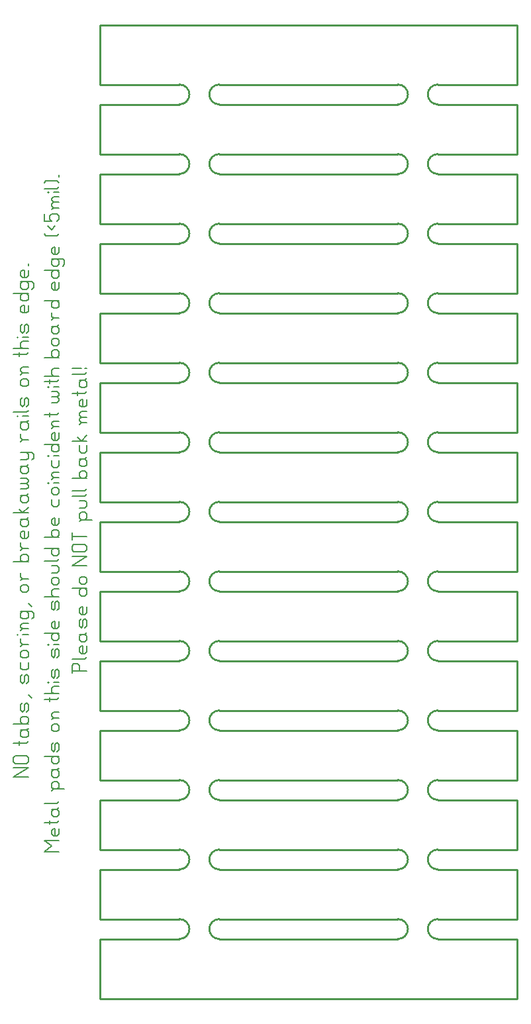
<source format=gbr>
G04 start of page 4 for group 2 idx 2 *
G04 Title: (unknown), outline *
G04 Creator: pcb 4.0.2 *
G04 CreationDate: Sun Oct 16 03:37:32 2022 UTC *
G04 For: ndholmes *
G04 Format: Gerber/RS-274X *
G04 PCB-Dimensions (mil): 3000.00 5500.00 *
G04 PCB-Coordinate-Origin: lower left *
%MOIN*%
%FSLAX25Y25*%
%LNOUTLINE*%
%ADD37C,0.0093*%
%ADD36C,0.0074*%
%ADD35C,0.0100*%
G54D35*X270000Y210000D02*X230000D01*
X120000D02*X210000D01*
Y235000D02*X120000D01*
Y245000D02*X210000D01*
X230000Y235000D02*X270000D01*
Y245000D02*X230000D01*
X270000Y235000D02*Y210000D01*
Y270000D02*Y245000D01*
X230000Y270000D02*X270000D01*
Y280000D02*X230000D01*
X210000Y270000D02*X120000D01*
Y280000D02*X210000D01*
Y305000D02*X120000D01*
Y315000D02*X210000D01*
X230000Y305000D02*X270000D01*
Y315000D02*X230000D01*
X270000Y305000D02*Y280000D01*
Y340000D02*Y315000D01*
X230000Y340000D02*X270000D01*
X210000D02*X120000D01*
X60000Y245000D02*X100000D01*
Y270000D02*X60000D01*
Y280000D02*X100000D01*
X60000Y245000D02*Y270000D01*
Y280000D02*Y305000D01*
X100000D02*X60000D01*
Y315000D02*X100000D01*
Y340000D02*X60000D01*
Y315000D02*Y340000D01*
X270000Y350000D02*X230000D01*
X120000D02*X210000D01*
Y375000D02*X120000D01*
Y385000D02*X210000D01*
X230000Y375000D02*X270000D01*
Y385000D02*X230000D01*
X270000Y375000D02*Y350000D01*
Y410000D02*Y385000D01*
X230000Y410000D02*X270000D01*
X210000D02*X120000D01*
X270000Y420000D02*X230000D01*
Y480000D02*X270000D01*
Y490000D02*X230000D01*
Y445000D02*X270000D01*
Y455000D02*X230000D01*
X270000Y445000D02*Y420000D01*
Y480000D02*Y455000D01*
X120000Y420000D02*X210000D01*
Y445000D02*X120000D01*
Y455000D02*X210000D01*
Y480000D02*X120000D01*
Y490000D02*X210000D01*
X270000Y520000D02*Y490000D01*
X60000Y520000D02*X270000D01*
X60000Y350000D02*X100000D01*
Y375000D02*X60000D01*
Y385000D02*X100000D01*
X60000Y350000D02*Y375000D01*
Y385000D02*Y410000D01*
X100000D02*X60000D01*
Y420000D02*X100000D01*
Y445000D02*X60000D01*
Y420000D02*Y445000D01*
Y455000D02*X100000D01*
X60000D02*Y480000D01*
X100000D02*X60000D01*
X100000Y490000D02*X60000D01*
Y520000D01*
X210000Y95000D02*X120000D01*
Y105000D02*X210000D01*
X100000Y95000D02*X60000D01*
Y105000D02*X100000D01*
X60000Y70000D02*Y95000D01*
Y105000D02*Y130000D01*
Y175000D02*Y200000D01*
Y60000D02*Y30000D01*
X210000Y130000D02*X120000D01*
X100000D02*X60000D01*
X210000Y70000D02*X120000D01*
Y60000D02*X210000D01*
X100000D02*X60000D01*
Y30000D02*X270000D01*
X100000Y70000D02*X60000D01*
X230000Y95000D02*X270000D01*
Y105000D02*X230000D01*
X270000Y95000D02*Y70000D01*
Y130000D02*Y105000D01*
X230000Y70000D02*X270000D01*
X230000Y130000D02*X270000D01*
Y30000D02*Y60000D01*
X230000D01*
X270000Y140000D02*X230000D01*
X120000D02*X210000D01*
Y165000D02*X120000D01*
Y175000D02*X210000D01*
X230000Y165000D02*X270000D01*
Y175000D02*X230000D01*
X270000Y165000D02*Y140000D01*
Y200000D02*Y175000D01*
X230000Y200000D02*X270000D01*
X210000D02*X120000D01*
X60000Y140000D02*X100000D01*
Y165000D02*X60000D01*
Y175000D02*X100000D01*
X60000Y140000D02*Y165000D01*
X100000Y200000D02*X60000D01*
Y210000D02*X100000D01*
Y235000D02*X60000D01*
Y210000D02*Y235000D01*
X215000Y275000D02*G75*G02X210000Y270000I-5000J0D01*G01*
X215000Y275000D02*G75*G03X210000Y280000I-5000J0D01*G01*
X225000Y310000D02*G75*G03X230000Y305000I5000J0D01*G01*
X225000Y310000D02*G75*G02X230000Y315000I5000J0D01*G01*
X215000Y310000D02*G75*G02X210000Y305000I-5000J0D01*G01*
X215000Y310000D02*G75*G03X210000Y315000I-5000J0D01*G01*
X225000Y275000D02*G75*G03X230000Y270000I5000J0D01*G01*
X225000Y275000D02*G75*G02X230000Y280000I5000J0D01*G01*
X225000Y345000D02*G75*G03X230000Y340000I5000J0D01*G01*
X115000Y240000D02*G75*G03X120000Y235000I5000J0D01*G01*
X115000Y240000D02*G75*G02X120000Y245000I5000J0D01*G01*
X115000Y275000D02*G75*G03X120000Y270000I5000J0D01*G01*
X115000Y275000D02*G75*G02X120000Y280000I5000J0D01*G01*
X105000Y275000D02*G75*G02X100000Y270000I-5000J0D01*G01*
X105000Y275000D02*G75*G03X100000Y280000I-5000J0D01*G01*
X105000Y310000D02*G75*G02X100000Y305000I-5000J0D01*G01*
X105000Y310000D02*G75*G03X100000Y315000I-5000J0D01*G01*
X115000Y310000D02*G75*G03X120000Y305000I5000J0D01*G01*
X115000Y310000D02*G75*G02X120000Y315000I5000J0D01*G01*
X115000Y345000D02*G75*G03X120000Y340000I5000J0D01*G01*
X225000Y345000D02*G75*G02X230000Y350000I5000J0D01*G01*
X225000Y380000D02*G75*G03X230000Y375000I5000J0D01*G01*
X225000Y380000D02*G75*G02X230000Y385000I5000J0D01*G01*
X215000Y345000D02*G75*G02X210000Y340000I-5000J0D01*G01*
X215000Y345000D02*G75*G03X210000Y350000I-5000J0D01*G01*
X215000Y380000D02*G75*G02X210000Y375000I-5000J0D01*G01*
X215000Y380000D02*G75*G03X210000Y385000I-5000J0D01*G01*
X215000Y415000D02*G75*G02X210000Y410000I-5000J0D01*G01*
X215000Y415000D02*G75*G03X210000Y420000I-5000J0D01*G01*
X225000Y415000D02*G75*G03X230000Y410000I5000J0D01*G01*
X225000Y415000D02*G75*G02X230000Y420000I5000J0D01*G01*
X225000Y450000D02*G75*G03X230000Y445000I5000J0D01*G01*
X225000Y450000D02*G75*G02X230000Y455000I5000J0D01*G01*
X215000Y450000D02*G75*G02X210000Y445000I-5000J0D01*G01*
X215000Y450000D02*G75*G03X210000Y455000I-5000J0D01*G01*
X225000Y485000D02*G75*G03X230000Y480000I5000J0D01*G01*
X225000Y485000D02*G75*G02X230000Y490000I5000J0D01*G01*
X215000Y485000D02*G75*G02X210000Y480000I-5000J0D01*G01*
X215000Y485000D02*G75*G03X210000Y490000I-5000J0D01*G01*
X115000Y345000D02*G75*G02X120000Y350000I5000J0D01*G01*
X115000Y380000D02*G75*G03X120000Y375000I5000J0D01*G01*
X115000Y380000D02*G75*G02X120000Y385000I5000J0D01*G01*
X105000Y345000D02*G75*G02X100000Y340000I-5000J0D01*G01*
X105000Y345000D02*G75*G03X100000Y350000I-5000J0D01*G01*
X105000Y380000D02*G75*G02X100000Y375000I-5000J0D01*G01*
X105000Y380000D02*G75*G03X100000Y385000I-5000J0D01*G01*
X105000Y415000D02*G75*G02X100000Y410000I-5000J0D01*G01*
X105000Y415000D02*G75*G03X100000Y420000I-5000J0D01*G01*
X115000Y415000D02*G75*G03X120000Y410000I5000J0D01*G01*
X115000Y415000D02*G75*G02X120000Y420000I5000J0D01*G01*
X115000Y450000D02*G75*G03X120000Y445000I5000J0D01*G01*
X115000Y450000D02*G75*G02X120000Y455000I5000J0D01*G01*
X105000Y450000D02*G75*G02X100000Y445000I-5000J0D01*G01*
X105000Y450000D02*G75*G03X100000Y455000I-5000J0D01*G01*
X115000Y485000D02*G75*G03X120000Y480000I5000J0D01*G01*
X115000Y485000D02*G75*G02X120000Y490000I5000J0D01*G01*
X105000Y485000D02*G75*G02X100000Y480000I-5000J0D01*G01*
X105000Y485000D02*G75*G03X100000Y490000I-5000J0D01*G01*
X225000Y100000D02*G75*G03X230000Y95000I5000J0D01*G01*
X225000Y100000D02*G75*G02X230000Y105000I5000J0D01*G01*
X215000Y100000D02*G75*G02X210000Y95000I-5000J0D01*G01*
X215000Y100000D02*G75*G03X210000Y105000I-5000J0D01*G01*
X225000Y135000D02*G75*G03X230000Y130000I5000J0D01*G01*
X225000Y135000D02*G75*G02X230000Y140000I5000J0D01*G01*
X215000Y135000D02*G75*G02X210000Y130000I-5000J0D01*G01*
X225000Y65000D02*G75*G02X230000Y70000I5000J0D01*G01*
X215000Y65000D02*G75*G03X210000Y70000I-5000J0D01*G01*
X215000Y65000D02*G75*G02X210000Y60000I-5000J0D01*G01*
X225000Y65000D02*G75*G03X230000Y60000I5000J0D01*G01*
X115000Y100000D02*G75*G03X120000Y95000I5000J0D01*G01*
X115000Y100000D02*G75*G02X120000Y105000I5000J0D01*G01*
X105000Y100000D02*G75*G02X100000Y95000I-5000J0D01*G01*
X105000Y100000D02*G75*G03X100000Y105000I-5000J0D01*G01*
X115000Y135000D02*G75*G03X120000Y130000I5000J0D01*G01*
X115000Y135000D02*G75*G02X120000Y140000I5000J0D01*G01*
X105000Y135000D02*G75*G02X100000Y130000I-5000J0D01*G01*
X105000Y135000D02*G75*G03X100000Y140000I-5000J0D01*G01*
X105000Y170000D02*G75*G02X100000Y165000I-5000J0D01*G01*
X115000Y65000D02*G75*G02X120000Y70000I5000J0D01*G01*
X115000Y65000D02*G75*G03X120000Y60000I5000J0D01*G01*
X105000Y65000D02*G75*G03X100000Y70000I-5000J0D01*G01*
X105000Y65000D02*G75*G02X100000Y60000I-5000J0D01*G01*
X215000Y135000D02*G75*G03X210000Y140000I-5000J0D01*G01*
X215000Y205000D02*G75*G02X210000Y200000I-5000J0D01*G01*
X215000Y205000D02*G75*G03X210000Y210000I-5000J0D01*G01*
X215000Y240000D02*G75*G02X210000Y235000I-5000J0D01*G01*
X215000Y240000D02*G75*G03X210000Y245000I-5000J0D01*G01*
X225000Y170000D02*G75*G03X230000Y165000I5000J0D01*G01*
X225000Y170000D02*G75*G02X230000Y175000I5000J0D01*G01*
X215000Y170000D02*G75*G02X210000Y165000I-5000J0D01*G01*
X215000Y170000D02*G75*G03X210000Y175000I-5000J0D01*G01*
X225000Y205000D02*G75*G03X230000Y200000I5000J0D01*G01*
X225000Y205000D02*G75*G02X230000Y210000I5000J0D01*G01*
X225000Y240000D02*G75*G03X230000Y235000I5000J0D01*G01*
X225000Y240000D02*G75*G02X230000Y245000I5000J0D01*G01*
X115000Y170000D02*G75*G03X120000Y165000I5000J0D01*G01*
X115000Y170000D02*G75*G02X120000Y175000I5000J0D01*G01*
X115000Y205000D02*G75*G03X120000Y200000I5000J0D01*G01*
X115000Y205000D02*G75*G02X120000Y210000I5000J0D01*G01*
X105000Y170000D02*G75*G03X100000Y175000I-5000J0D01*G01*
X105000Y205000D02*G75*G02X100000Y200000I-5000J0D01*G01*
X105000Y205000D02*G75*G03X100000Y210000I-5000J0D01*G01*
X105000Y240000D02*G75*G02X100000Y235000I-5000J0D01*G01*
X105000Y240000D02*G75*G03X100000Y245000I-5000J0D01*G01*
G54D36*X16360Y141500D02*X23800D01*
X16360D02*X23800Y146150D01*
X16360D02*X23800D01*
X17290Y148382D02*X22870D01*
X17290D02*X16360Y149312D01*
Y151172D02*Y149312D01*
Y151172D02*X17290Y152102D01*
X22870D01*
X23800Y151172D02*X22870Y152102D01*
X23800Y151172D02*Y149312D01*
X22870Y148382D02*X23800Y149312D01*
X16360Y158612D02*X22870D01*
X23800Y159542D01*
X19150D02*Y157682D01*
X20080Y164192D02*X21010Y165122D01*
X20080Y164192D02*Y162332D01*
X21010Y161402D02*X20080Y162332D01*
X21010Y161402D02*X22870D01*
X23800Y162332D01*
X20080Y165122D02*X22870D01*
X23800Y166052D01*
Y164192D02*Y162332D01*
Y164192D02*X22870Y165122D01*
X16360Y168284D02*X23800D01*
X22870D02*X23800Y169214D01*
Y171074D02*Y169214D01*
Y171074D02*X22870Y172004D01*
X21010D02*X22870D01*
X20080Y171074D02*X21010Y172004D01*
X20080Y171074D02*Y169214D01*
X21010Y168284D02*X20080Y169214D01*
X23800Y177956D02*Y175166D01*
Y177956D02*X22870Y178886D01*
X21940Y177956D02*X22870Y178886D01*
X21940Y177956D02*Y175166D01*
X21010Y174236D02*X21940Y175166D01*
X21010Y174236D02*X20080Y175166D01*
Y177956D02*Y175166D01*
Y177956D02*X21010Y178886D01*
X22870Y174236D02*X23800Y175166D01*
X25660Y181118D02*X23800Y182978D01*
Y192278D02*Y189488D01*
Y192278D02*X22870Y193208D01*
X21940Y192278D02*X22870Y193208D01*
X21940Y192278D02*Y189488D01*
X21010Y188558D02*X21940Y189488D01*
X21010Y188558D02*X20080Y189488D01*
Y192278D02*Y189488D01*
Y192278D02*X21010Y193208D01*
X22870Y188558D02*X23800Y189488D01*
X20080Y199160D02*Y196370D01*
X21010Y195440D02*X20080Y196370D01*
X21010Y195440D02*X22870D01*
X23800Y196370D01*
Y199160D02*Y196370D01*
X21010Y201392D02*X22870D01*
X21010D02*X20080Y202322D01*
Y204182D02*Y202322D01*
Y204182D02*X21010Y205112D01*
X22870D01*
X23800Y204182D02*X22870Y205112D01*
X23800Y204182D02*Y202322D01*
X22870Y201392D02*X23800Y202322D01*
X21010Y208274D02*X23800D01*
X21010D02*X20080Y209204D01*
Y211064D02*Y209204D01*
Y207344D02*X21010Y208274D01*
G54D37*X18220Y213296D02*X18406D01*
G54D36*X21010D02*X23800D01*
X21010Y216086D02*X23800D01*
X21010D02*X20080Y217016D01*
Y217946D02*Y217016D01*
Y217946D02*X21010Y218876D01*
X23800D01*
X20080Y215156D02*X21010Y216086D01*
X20080Y223898D02*X21010Y224828D01*
X20080Y223898D02*Y222038D01*
X21010Y221108D02*X20080Y222038D01*
X21010Y221108D02*X22870D01*
X23800Y222038D01*
Y223898D02*Y222038D01*
Y223898D02*X22870Y224828D01*
X25660Y221108D02*X26590Y222038D01*
Y223898D02*Y222038D01*
Y223898D02*X25660Y224828D01*
X20080D02*X25660D01*
Y227060D02*X23800Y228920D01*
X21010Y234500D02*X22870D01*
X21010D02*X20080Y235430D01*
Y237290D02*Y235430D01*
Y237290D02*X21010Y238220D01*
X22870D01*
X23800Y237290D02*X22870Y238220D01*
X23800Y237290D02*Y235430D01*
X22870Y234500D02*X23800Y235430D01*
X21010Y241382D02*X23800D01*
X21010D02*X20080Y242312D01*
Y244172D02*Y242312D01*
Y240452D02*X21010Y241382D01*
X16360Y249752D02*X23800D01*
X22870D02*X23800Y250682D01*
Y252542D02*Y250682D01*
Y252542D02*X22870Y253472D01*
X21010D02*X22870D01*
X20080Y252542D02*X21010Y253472D01*
X20080Y252542D02*Y250682D01*
X21010Y249752D02*X20080Y250682D01*
X21010Y256634D02*X23800D01*
X21010D02*X20080Y257564D01*
Y259424D02*Y257564D01*
Y255704D02*X21010Y256634D01*
X23800Y265376D02*Y262586D01*
X22870Y261656D02*X23800Y262586D01*
X21010Y261656D02*X22870D01*
X21010D02*X20080Y262586D01*
Y264446D02*Y262586D01*
Y264446D02*X21010Y265376D01*
X21940D02*Y261656D01*
X21010Y265376D02*X21940D01*
X20080Y270398D02*X21010Y271328D01*
X20080Y270398D02*Y268538D01*
X21010Y267608D02*X20080Y268538D01*
X21010Y267608D02*X22870D01*
X23800Y268538D01*
X20080Y271328D02*X22870D01*
X23800Y272258D01*
Y270398D02*Y268538D01*
Y270398D02*X22870Y271328D01*
X16360Y274490D02*X23800D01*
X21010D02*X23800Y277280D01*
X21010Y274490D02*X19150Y276350D01*
X20080Y282302D02*X21010Y283232D01*
X20080Y282302D02*Y280442D01*
X21010Y279512D02*X20080Y280442D01*
X21010Y279512D02*X22870D01*
X23800Y280442D01*
X20080Y283232D02*X22870D01*
X23800Y284162D01*
Y282302D02*Y280442D01*
Y282302D02*X22870Y283232D01*
X20080Y286394D02*X22870D01*
X23800Y287324D01*
Y288254D02*Y287324D01*
Y288254D02*X22870Y289184D01*
X20080D02*X22870D01*
X23800Y290114D01*
Y291044D02*Y290114D01*
Y291044D02*X22870Y291974D01*
X20080D02*X22870D01*
X20080Y296996D02*X21010Y297926D01*
X20080Y296996D02*Y295136D01*
X21010Y294206D02*X20080Y295136D01*
X21010Y294206D02*X22870D01*
X23800Y295136D01*
X20080Y297926D02*X22870D01*
X23800Y298856D01*
Y296996D02*Y295136D01*
Y296996D02*X22870Y297926D01*
X20080Y301088D02*X22870D01*
X23800Y302018D01*
X20080Y304808D02*X25660D01*
X26590Y303878D02*X25660Y304808D01*
X26590Y303878D02*Y302018D01*
X25660Y301088D02*X26590Y302018D01*
X23800Y303878D02*Y302018D01*
Y303878D02*X22870Y304808D01*
X21010Y311318D02*X23800D01*
X21010D02*X20080Y312248D01*
Y314108D02*Y312248D01*
Y310388D02*X21010Y311318D01*
X20080Y319130D02*X21010Y320060D01*
X20080Y319130D02*Y317270D01*
X21010Y316340D02*X20080Y317270D01*
X21010Y316340D02*X22870D01*
X23800Y317270D01*
X20080Y320060D02*X22870D01*
X23800Y320990D01*
Y319130D02*Y317270D01*
Y319130D02*X22870Y320060D01*
G54D37*X18220Y323222D02*X18406D01*
G54D36*X21010D02*X23800D01*
X16360Y325082D02*X22870D01*
X23800Y326012D01*
Y331592D02*Y328802D01*
Y331592D02*X22870Y332522D01*
X21940Y331592D02*X22870Y332522D01*
X21940Y331592D02*Y328802D01*
X21010Y327872D02*X21940Y328802D01*
X21010Y327872D02*X20080Y328802D01*
Y331592D02*Y328802D01*
Y331592D02*X21010Y332522D01*
X22870Y327872D02*X23800Y328802D01*
X21010Y338102D02*X22870D01*
X21010D02*X20080Y339032D01*
Y340892D02*Y339032D01*
Y340892D02*X21010Y341822D01*
X22870D01*
X23800Y340892D02*X22870Y341822D01*
X23800Y340892D02*Y339032D01*
X22870Y338102D02*X23800Y339032D01*
X21010Y344984D02*X23800D01*
X21010D02*X20080Y345914D01*
Y346844D02*Y345914D01*
Y346844D02*X21010Y347774D01*
X23800D01*
X20080Y344054D02*X21010Y344984D01*
X16360Y354284D02*X22870D01*
X23800Y355214D01*
X19150D02*Y353354D01*
X16360Y357074D02*X23800D01*
X21010D02*X20080Y358004D01*
Y359864D02*Y358004D01*
Y359864D02*X21010Y360794D01*
X23800D01*
G54D37*X18220Y363026D02*X18406D01*
G54D36*X21010D02*X23800D01*
Y368606D02*Y365816D01*
Y368606D02*X22870Y369536D01*
X21940Y368606D02*X22870Y369536D01*
X21940Y368606D02*Y365816D01*
X21010Y364886D02*X21940Y365816D01*
X21010Y364886D02*X20080Y365816D01*
Y368606D02*Y365816D01*
Y368606D02*X21010Y369536D01*
X22870Y364886D02*X23800Y365816D01*
Y378836D02*Y376046D01*
X22870Y375116D02*X23800Y376046D01*
X21010Y375116D02*X22870D01*
X21010D02*X20080Y376046D01*
Y377906D02*Y376046D01*
Y377906D02*X21010Y378836D01*
X21940D02*Y375116D01*
X21010Y378836D02*X21940D01*
X16360Y384788D02*X23800D01*
Y383858D02*X22870Y384788D01*
X23800Y383858D02*Y381998D01*
X22870Y381068D02*X23800Y381998D01*
X21010Y381068D02*X22870D01*
X21010D02*X20080Y381998D01*
Y383858D02*Y381998D01*
Y383858D02*X21010Y384788D01*
X20080Y389810D02*X21010Y390740D01*
X20080Y389810D02*Y387950D01*
X21010Y387020D02*X20080Y387950D01*
X21010Y387020D02*X22870D01*
X23800Y387950D01*
Y389810D02*Y387950D01*
Y389810D02*X22870Y390740D01*
X25660Y387020D02*X26590Y387950D01*
Y389810D02*Y387950D01*
Y389810D02*X25660Y390740D01*
X20080D02*X25660D01*
X23800Y396692D02*Y393902D01*
X22870Y392972D02*X23800Y393902D01*
X21010Y392972D02*X22870D01*
X21010D02*X20080Y393902D01*
Y395762D02*Y393902D01*
Y395762D02*X21010Y396692D01*
X21940D02*Y392972D01*
X21010Y396692D02*X21940D01*
X23800Y399854D02*Y398924D01*
X45860Y194930D02*X53300D01*
X45860Y197720D02*Y194000D01*
Y197720D02*X46790Y198650D01*
X48650D01*
X49580Y197720D02*X48650Y198650D01*
X49580Y197720D02*Y194930D01*
X45860Y200882D02*X52370D01*
X53300Y201812D01*
Y207392D02*Y204602D01*
X52370Y203672D02*X53300Y204602D01*
X50510Y203672D02*X52370D01*
X50510D02*X49580Y204602D01*
Y206462D02*Y204602D01*
Y206462D02*X50510Y207392D01*
X51440D02*Y203672D01*
X50510Y207392D02*X51440D01*
X49580Y212414D02*X50510Y213344D01*
X49580Y212414D02*Y210554D01*
X50510Y209624D02*X49580Y210554D01*
X50510Y209624D02*X52370D01*
X53300Y210554D01*
X49580Y213344D02*X52370D01*
X53300Y214274D01*
Y212414D02*Y210554D01*
Y212414D02*X52370Y213344D01*
X53300Y220226D02*Y217436D01*
Y220226D02*X52370Y221156D01*
X51440Y220226D02*X52370Y221156D01*
X51440Y220226D02*Y217436D01*
X50510Y216506D02*X51440Y217436D01*
X50510Y216506D02*X49580Y217436D01*
Y220226D02*Y217436D01*
Y220226D02*X50510Y221156D01*
X52370Y216506D02*X53300Y217436D01*
Y227108D02*Y224318D01*
X52370Y223388D02*X53300Y224318D01*
X50510Y223388D02*X52370D01*
X50510D02*X49580Y224318D01*
Y226178D02*Y224318D01*
Y226178D02*X50510Y227108D01*
X51440D02*Y223388D01*
X50510Y227108D02*X51440D01*
X45860Y236408D02*X53300D01*
Y235478D02*X52370Y236408D01*
X53300Y235478D02*Y233618D01*
X52370Y232688D02*X53300Y233618D01*
X50510Y232688D02*X52370D01*
X50510D02*X49580Y233618D01*
Y235478D02*Y233618D01*
Y235478D02*X50510Y236408D01*
Y238640D02*X52370D01*
X50510D02*X49580Y239570D01*
Y241430D02*Y239570D01*
Y241430D02*X50510Y242360D01*
X52370D01*
X53300Y241430D02*X52370Y242360D01*
X53300Y241430D02*Y239570D01*
X52370Y238640D02*X53300Y239570D01*
X45860Y247940D02*X53300D01*
X45860D02*X53300Y252590D01*
X45860D02*X53300D01*
X46790Y254822D02*X52370D01*
X46790D02*X45860Y255752D01*
Y257612D02*Y255752D01*
Y257612D02*X46790Y258542D01*
X52370D01*
X53300Y257612D02*X52370Y258542D01*
X53300Y257612D02*Y255752D01*
X52370Y254822D02*X53300Y255752D01*
X45860Y264494D02*Y260774D01*
Y262634D02*X53300D01*
X50510Y271004D02*X56090D01*
X49580Y270074D02*X50510Y271004D01*
X49580Y271934D01*
Y273794D02*Y271934D01*
Y273794D02*X50510Y274724D01*
X52370D01*
X53300Y273794D02*X52370Y274724D01*
X53300Y273794D02*Y271934D01*
X52370Y271004D02*X53300Y271934D01*
X49580Y276956D02*X52370D01*
X53300Y277886D01*
Y279746D02*Y277886D01*
Y279746D02*X52370Y280676D01*
X49580D02*X52370D01*
X45860Y282908D02*X52370D01*
X53300Y283838D01*
X45860Y285698D02*X52370D01*
X53300Y286628D01*
X45860Y291836D02*X53300D01*
X52370D02*X53300Y292766D01*
Y294626D02*Y292766D01*
Y294626D02*X52370Y295556D01*
X50510D02*X52370D01*
X49580Y294626D02*X50510Y295556D01*
X49580Y294626D02*Y292766D01*
X50510Y291836D02*X49580Y292766D01*
Y300578D02*X50510Y301508D01*
X49580Y300578D02*Y298718D01*
X50510Y297788D02*X49580Y298718D01*
X50510Y297788D02*X52370D01*
X53300Y298718D01*
X49580Y301508D02*X52370D01*
X53300Y302438D01*
Y300578D02*Y298718D01*
Y300578D02*X52370Y301508D01*
X49580Y308390D02*Y305600D01*
X50510Y304670D02*X49580Y305600D01*
X50510Y304670D02*X52370D01*
X53300Y305600D01*
Y308390D02*Y305600D01*
X45860Y310622D02*X53300D01*
X50510D02*X53300Y313412D01*
X50510Y310622D02*X48650Y312482D01*
X50510Y319922D02*X53300D01*
X50510D02*X49580Y320852D01*
Y321782D02*Y320852D01*
Y321782D02*X50510Y322712D01*
X53300D01*
X50510D02*X49580Y323642D01*
Y324572D02*Y323642D01*
Y324572D02*X50510Y325502D01*
X53300D01*
X49580Y318992D02*X50510Y319922D01*
X53300Y331454D02*Y328664D01*
X52370Y327734D02*X53300Y328664D01*
X50510Y327734D02*X52370D01*
X50510D02*X49580Y328664D01*
Y330524D02*Y328664D01*
Y330524D02*X50510Y331454D01*
X51440D02*Y327734D01*
X50510Y331454D02*X51440D01*
X45860Y334616D02*X52370D01*
X53300Y335546D01*
X48650D02*Y333686D01*
X49580Y340196D02*X50510Y341126D01*
X49580Y340196D02*Y338336D01*
X50510Y337406D02*X49580Y338336D01*
X50510Y337406D02*X52370D01*
X53300Y338336D01*
X49580Y341126D02*X52370D01*
X53300Y342056D01*
Y340196D02*Y338336D01*
Y340196D02*X52370Y341126D01*
X45860Y344288D02*X52370D01*
X53300Y345218D01*
X52370Y347078D02*X53300D01*
X45860D02*X50510D01*
X31860Y104000D02*X39300D01*
X31860D02*X35580Y106790D01*
X31860Y109580D01*
X39300D01*
Y115532D02*Y112742D01*
X38370Y111812D02*X39300Y112742D01*
X36510Y111812D02*X38370D01*
X36510D02*X35580Y112742D01*
Y114602D02*Y112742D01*
Y114602D02*X36510Y115532D01*
X37440D02*Y111812D01*
X36510Y115532D02*X37440D01*
X31860Y118694D02*X38370D01*
X39300Y119624D01*
X34650D02*Y117764D01*
X35580Y124274D02*X36510Y125204D01*
X35580Y124274D02*Y122414D01*
X36510Y121484D02*X35580Y122414D01*
X36510Y121484D02*X38370D01*
X39300Y122414D01*
X35580Y125204D02*X38370D01*
X39300Y126134D01*
Y124274D02*Y122414D01*
Y124274D02*X38370Y125204D01*
X31860Y128366D02*X38370D01*
X39300Y129296D01*
X36510Y135434D02*X42090D01*
X35580Y134504D02*X36510Y135434D01*
X35580Y136364D01*
Y138224D02*Y136364D01*
Y138224D02*X36510Y139154D01*
X38370D01*
X39300Y138224D02*X38370Y139154D01*
X39300Y138224D02*Y136364D01*
X38370Y135434D02*X39300Y136364D01*
X35580Y144176D02*X36510Y145106D01*
X35580Y144176D02*Y142316D01*
X36510Y141386D02*X35580Y142316D01*
X36510Y141386D02*X38370D01*
X39300Y142316D01*
X35580Y145106D02*X38370D01*
X39300Y146036D01*
Y144176D02*Y142316D01*
Y144176D02*X38370Y145106D01*
X31860Y151988D02*X39300D01*
Y151058D02*X38370Y151988D01*
X39300Y151058D02*Y149198D01*
X38370Y148268D02*X39300Y149198D01*
X36510Y148268D02*X38370D01*
X36510D02*X35580Y149198D01*
Y151058D02*Y149198D01*
Y151058D02*X36510Y151988D01*
X39300Y157940D02*Y155150D01*
Y157940D02*X38370Y158870D01*
X37440Y157940D02*X38370Y158870D01*
X37440Y157940D02*Y155150D01*
X36510Y154220D02*X37440Y155150D01*
X36510Y154220D02*X35580Y155150D01*
Y157940D02*Y155150D01*
Y157940D02*X36510Y158870D01*
X38370Y154220D02*X39300Y155150D01*
X36510Y164450D02*X38370D01*
X36510D02*X35580Y165380D01*
Y167240D02*Y165380D01*
Y167240D02*X36510Y168170D01*
X38370D01*
X39300Y167240D02*X38370Y168170D01*
X39300Y167240D02*Y165380D01*
X38370Y164450D02*X39300Y165380D01*
X36510Y171332D02*X39300D01*
X36510D02*X35580Y172262D01*
Y173192D02*Y172262D01*
Y173192D02*X36510Y174122D01*
X39300D01*
X35580Y170402D02*X36510Y171332D01*
X31860Y180632D02*X38370D01*
X39300Y181562D01*
X34650D02*Y179702D01*
X31860Y183422D02*X39300D01*
X36510D02*X35580Y184352D01*
Y186212D02*Y184352D01*
Y186212D02*X36510Y187142D01*
X39300D01*
G54D37*X33720Y189374D02*X33906D01*
G54D36*X36510D02*X39300D01*
Y194954D02*Y192164D01*
Y194954D02*X38370Y195884D01*
X37440Y194954D02*X38370Y195884D01*
X37440Y194954D02*Y192164D01*
X36510Y191234D02*X37440Y192164D01*
X36510Y191234D02*X35580Y192164D01*
Y194954D02*Y192164D01*
Y194954D02*X36510Y195884D01*
X38370Y191234D02*X39300Y192164D01*
Y205184D02*Y202394D01*
Y205184D02*X38370Y206114D01*
X37440Y205184D02*X38370Y206114D01*
X37440Y205184D02*Y202394D01*
X36510Y201464D02*X37440Y202394D01*
X36510Y201464D02*X35580Y202394D01*
Y205184D02*Y202394D01*
Y205184D02*X36510Y206114D01*
X38370Y201464D02*X39300Y202394D01*
G54D37*X33720Y208346D02*X33906D01*
G54D36*X36510D02*X39300D01*
X31860Y213926D02*X39300D01*
Y212996D02*X38370Y213926D01*
X39300Y212996D02*Y211136D01*
X38370Y210206D02*X39300Y211136D01*
X36510Y210206D02*X38370D01*
X36510D02*X35580Y211136D01*
Y212996D02*Y211136D01*
Y212996D02*X36510Y213926D01*
X39300Y219878D02*Y217088D01*
X38370Y216158D02*X39300Y217088D01*
X36510Y216158D02*X38370D01*
X36510D02*X35580Y217088D01*
Y218948D02*Y217088D01*
Y218948D02*X36510Y219878D01*
X37440D02*Y216158D01*
X36510Y219878D02*X37440D01*
X39300Y229178D02*Y226388D01*
Y229178D02*X38370Y230108D01*
X37440Y229178D02*X38370Y230108D01*
X37440Y229178D02*Y226388D01*
X36510Y225458D02*X37440Y226388D01*
X36510Y225458D02*X35580Y226388D01*
Y229178D02*Y226388D01*
Y229178D02*X36510Y230108D01*
X38370Y225458D02*X39300Y226388D01*
X31860Y232340D02*X39300D01*
X36510D02*X35580Y233270D01*
Y235130D02*Y233270D01*
Y235130D02*X36510Y236060D01*
X39300D01*
X36510Y238292D02*X38370D01*
X36510D02*X35580Y239222D01*
Y241082D02*Y239222D01*
Y241082D02*X36510Y242012D01*
X38370D01*
X39300Y241082D02*X38370Y242012D01*
X39300Y241082D02*Y239222D01*
X38370Y238292D02*X39300Y239222D01*
X35580Y244244D02*X38370D01*
X39300Y245174D01*
Y247034D02*Y245174D01*
Y247034D02*X38370Y247964D01*
X35580D02*X38370D01*
X31860Y250196D02*X38370D01*
X39300Y251126D01*
X31860Y256706D02*X39300D01*
Y255776D02*X38370Y256706D01*
X39300Y255776D02*Y253916D01*
X38370Y252986D02*X39300Y253916D01*
X36510Y252986D02*X38370D01*
X36510D02*X35580Y253916D01*
Y255776D02*Y253916D01*
Y255776D02*X36510Y256706D01*
X31860Y262286D02*X39300D01*
X38370D02*X39300Y263216D01*
Y265076D02*Y263216D01*
Y265076D02*X38370Y266006D01*
X36510D02*X38370D01*
X35580Y265076D02*X36510Y266006D01*
X35580Y265076D02*Y263216D01*
X36510Y262286D02*X35580Y263216D01*
X39300Y271958D02*Y269168D01*
X38370Y268238D02*X39300Y269168D01*
X36510Y268238D02*X38370D01*
X36510D02*X35580Y269168D01*
Y271028D02*Y269168D01*
Y271028D02*X36510Y271958D01*
X37440D02*Y268238D01*
X36510Y271958D02*X37440D01*
X35580Y281258D02*Y278468D01*
X36510Y277538D02*X35580Y278468D01*
X36510Y277538D02*X38370D01*
X39300Y278468D01*
Y281258D02*Y278468D01*
X36510Y283490D02*X38370D01*
X36510D02*X35580Y284420D01*
Y286280D02*Y284420D01*
Y286280D02*X36510Y287210D01*
X38370D01*
X39300Y286280D02*X38370Y287210D01*
X39300Y286280D02*Y284420D01*
X38370Y283490D02*X39300Y284420D01*
G54D37*X33720Y289442D02*X33906D01*
G54D36*X36510D02*X39300D01*
X36510Y292232D02*X39300D01*
X36510D02*X35580Y293162D01*
Y294092D02*Y293162D01*
Y294092D02*X36510Y295022D01*
X39300D01*
X35580Y291302D02*X36510Y292232D01*
X35580Y300974D02*Y298184D01*
X36510Y297254D02*X35580Y298184D01*
X36510Y297254D02*X38370D01*
X39300Y298184D01*
Y300974D02*Y298184D01*
G54D37*X33720Y303206D02*X33906D01*
G54D36*X36510D02*X39300D01*
X31860Y308786D02*X39300D01*
Y307856D02*X38370Y308786D01*
X39300Y307856D02*Y305996D01*
X38370Y305066D02*X39300Y305996D01*
X36510Y305066D02*X38370D01*
X36510D02*X35580Y305996D01*
Y307856D02*Y305996D01*
Y307856D02*X36510Y308786D01*
X39300Y314738D02*Y311948D01*
X38370Y311018D02*X39300Y311948D01*
X36510Y311018D02*X38370D01*
X36510D02*X35580Y311948D01*
Y313808D02*Y311948D01*
Y313808D02*X36510Y314738D01*
X37440D02*Y311018D01*
X36510Y314738D02*X37440D01*
X36510Y317900D02*X39300D01*
X36510D02*X35580Y318830D01*
Y319760D02*Y318830D01*
Y319760D02*X36510Y320690D01*
X39300D01*
X35580Y316970D02*X36510Y317900D01*
X31860Y323852D02*X38370D01*
X39300Y324782D01*
X34650D02*Y322922D01*
X35580Y329990D02*X38370D01*
X39300Y330920D01*
Y331850D02*Y330920D01*
Y331850D02*X38370Y332780D01*
X35580D02*X38370D01*
X39300Y333710D01*
Y334640D02*Y333710D01*
Y334640D02*X38370Y335570D01*
X35580D02*X38370D01*
G54D37*X33720Y337802D02*X33906D01*
G54D36*X36510D02*X39300D01*
X31860Y340592D02*X38370D01*
X39300Y341522D01*
X34650D02*Y339662D01*
X31860Y343382D02*X39300D01*
X36510D02*X35580Y344312D01*
Y346172D02*Y344312D01*
Y346172D02*X36510Y347102D01*
X39300D01*
X31860Y352682D02*X39300D01*
X38370D02*X39300Y353612D01*
Y355472D02*Y353612D01*
Y355472D02*X38370Y356402D01*
X36510D02*X38370D01*
X35580Y355472D02*X36510Y356402D01*
X35580Y355472D02*Y353612D01*
X36510Y352682D02*X35580Y353612D01*
X36510Y358634D02*X38370D01*
X36510D02*X35580Y359564D01*
Y361424D02*Y359564D01*
Y361424D02*X36510Y362354D01*
X38370D01*
X39300Y361424D02*X38370Y362354D01*
X39300Y361424D02*Y359564D01*
X38370Y358634D02*X39300Y359564D01*
X35580Y367376D02*X36510Y368306D01*
X35580Y367376D02*Y365516D01*
X36510Y364586D02*X35580Y365516D01*
X36510Y364586D02*X38370D01*
X39300Y365516D01*
X35580Y368306D02*X38370D01*
X39300Y369236D01*
Y367376D02*Y365516D01*
Y367376D02*X38370Y368306D01*
X36510Y372398D02*X39300D01*
X36510D02*X35580Y373328D01*
Y375188D02*Y373328D01*
Y371468D02*X36510Y372398D01*
X31860Y381140D02*X39300D01*
Y380210D02*X38370Y381140D01*
X39300Y380210D02*Y378350D01*
X38370Y377420D02*X39300Y378350D01*
X36510Y377420D02*X38370D01*
X36510D02*X35580Y378350D01*
Y380210D02*Y378350D01*
Y380210D02*X36510Y381140D01*
X39300Y390440D02*Y387650D01*
X38370Y386720D02*X39300Y387650D01*
X36510Y386720D02*X38370D01*
X36510D02*X35580Y387650D01*
Y389510D02*Y387650D01*
Y389510D02*X36510Y390440D01*
X37440D02*Y386720D01*
X36510Y390440D02*X37440D01*
X31860Y396392D02*X39300D01*
Y395462D02*X38370Y396392D01*
X39300Y395462D02*Y393602D01*
X38370Y392672D02*X39300Y393602D01*
X36510Y392672D02*X38370D01*
X36510D02*X35580Y393602D01*
Y395462D02*Y393602D01*
Y395462D02*X36510Y396392D01*
X35580Y401414D02*X36510Y402344D01*
X35580Y401414D02*Y399554D01*
X36510Y398624D02*X35580Y399554D01*
X36510Y398624D02*X38370D01*
X39300Y399554D01*
Y401414D02*Y399554D01*
Y401414D02*X38370Y402344D01*
X41160Y398624D02*X42090Y399554D01*
Y401414D02*Y399554D01*
Y401414D02*X41160Y402344D01*
X35580D02*X41160D01*
X39300Y408296D02*Y405506D01*
X38370Y404576D02*X39300Y405506D01*
X36510Y404576D02*X38370D01*
X36510D02*X35580Y405506D01*
Y407366D02*Y405506D01*
Y407366D02*X36510Y408296D01*
X37440D02*Y404576D01*
X36510Y408296D02*X37440D01*
X38370Y413876D02*X39300Y414806D01*
X32790Y413876D02*X31860Y414806D01*
X32790Y413876D02*X38370D01*
X35580Y417038D02*X33720Y418898D01*
X35580Y417038D02*X37440Y418898D01*
X31860Y424850D02*Y421130D01*
X35580D01*
X34650Y422060D01*
Y423920D02*Y422060D01*
Y423920D02*X35580Y424850D01*
X38370D01*
X39300Y423920D02*X38370Y424850D01*
X39300Y423920D02*Y422060D01*
X38370Y421130D02*X39300Y422060D01*
X36510Y428012D02*X39300D01*
X36510D02*X35580Y428942D01*
Y429872D02*Y428942D01*
Y429872D02*X36510Y430802D01*
X39300D01*
X36510D02*X35580Y431732D01*
Y432662D02*Y431732D01*
Y432662D02*X36510Y433592D01*
X39300D01*
X35580Y427082D02*X36510Y428012D01*
G54D37*X33720Y435824D02*X33906D01*
G54D36*X36510D02*X39300D01*
X31860Y437684D02*X38370D01*
X39300Y438614D01*
X31860Y440474D02*X32790Y441404D01*
X38370D01*
X39300Y440474D02*X38370Y441404D01*
X39300Y444566D02*Y443636D01*
M02*

</source>
